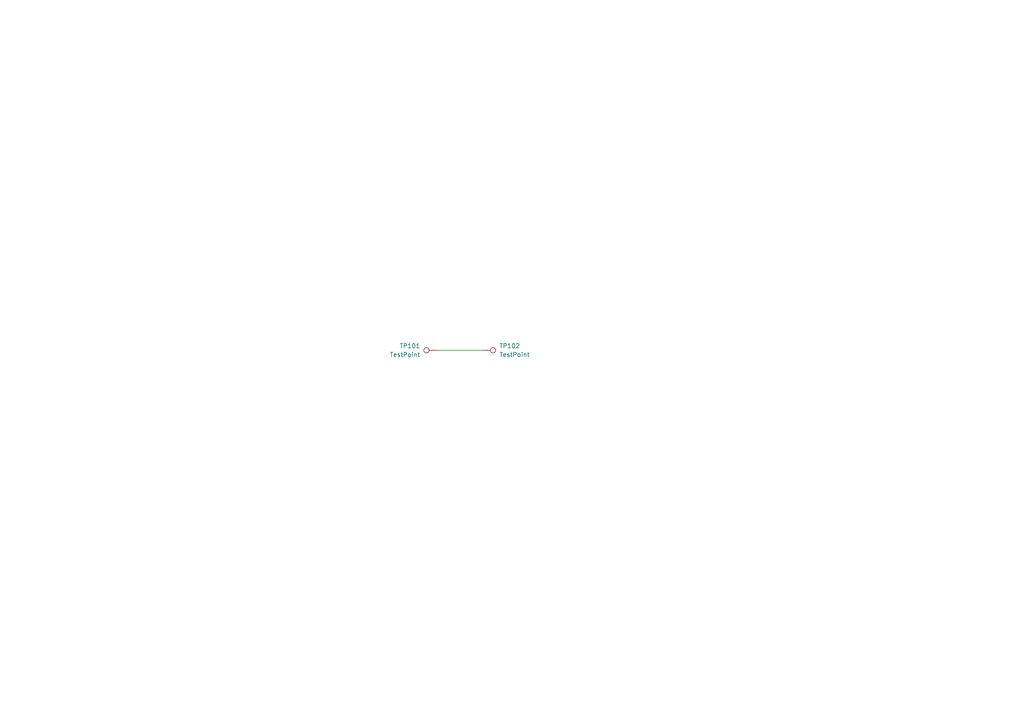
<source format=kicad_sch>
(kicad_sch (version 20250114) (generator "eeschema") (generator_version "9.0")
  (paper "A4")
  (lib_symbols
    (symbol "Connector:TestPoint" (pin_numbers (hide yes)) (pin_names (offset 0.762) (hide yes))
      (property "Reference" "TP" (at 0 6.858 0))
      (property "Value" "TestPoint" (at 0 5.08 0))
      (symbol "TestPoint_0_1"
        (circle (center 0 3.302) (radius 0.762))
      )
      (symbol "TestPoint_1_1"
        (pin passive line (at 0 0 90) (length 2.54) (name "1") (number "1"))
      )
    )
  )
  (wire (pts (xy 127 101.6) (xy 139.7 101.6)))
  (symbol (lib_id "Connector:TestPoint") (at 127 101.6 90) (unit 1)
    (property "Reference" "TP101" (at 121.92 100.33 90) (effects (justify left)))
    (property "Value" "TestPoint" (at 121.92 102.87 90) (effects (justify left)))
    (property "Footprint" "TestPoint:TestPoint_Pad_D1.0mm" (effects (hide yes)))
    (property "Description" "test point" (effects (hide yes)))
  )
  (symbol (lib_id "Connector:TestPoint") (at 139.7 101.6 270) (unit 1)
    (property "Reference" "TP102" (at 144.78 100.3299 90) (effects (justify left)))
    (property "Value" "TestPoint" (at 144.78 102.8699 90) (effects (justify left)))
    (property "Footprint" "TestPoint:TestPoint_Pad_D1.0mm" (effects (hide yes)))
    (property "Description" "test point" (effects (hide yes)))
  )
)
</source>
